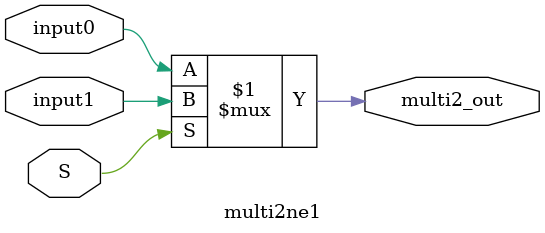
<source format=v>
`timescale 1ns / 1ps


module multi2ne1(

    input input0,
    input input1,
    input S,
    output multi2_out
    );
    
assign multi2_out = S ? input1 : input0;


endmodule

</source>
